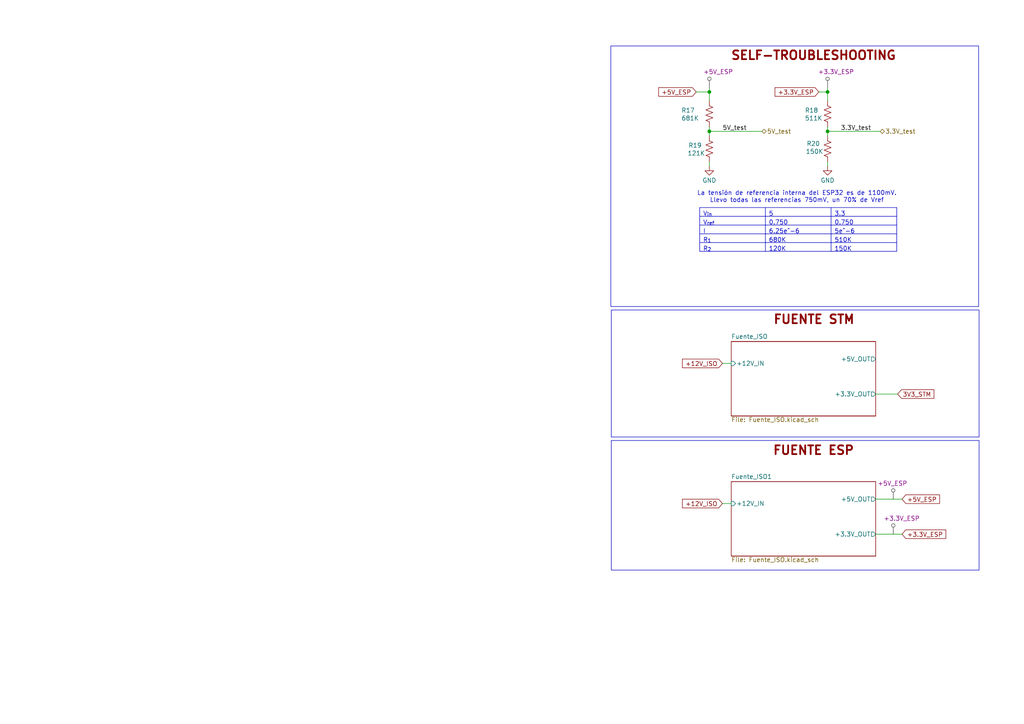
<source format=kicad_sch>
(kicad_sch
	(version 20250114)
	(generator "eeschema")
	(generator_version "9.0")
	(uuid "cf5e7d06-6831-40bb-93c6-af50397b2e59")
	(paper "A4")
	(title_block
		(title "Variador de frecuencia LVDC")
		(date "2025-08-05")
		(rev "0")
		(company "Andrenacci - Carra")
	)
	(lib_symbols
		(symbol "Device:R_US"
			(pin_numbers
				(hide yes)
			)
			(pin_names
				(offset 0)
			)
			(exclude_from_sim no)
			(in_bom yes)
			(on_board yes)
			(property "Reference" "R"
				(at 2.54 0 90)
				(effects
					(font
						(size 1.27 1.27)
					)
				)
			)
			(property "Value" "R_US"
				(at -2.54 0 90)
				(effects
					(font
						(size 1.27 1.27)
					)
				)
			)
			(property "Footprint" ""
				(at 1.016 -0.254 90)
				(effects
					(font
						(size 1.27 1.27)
					)
					(hide yes)
				)
			)
			(property "Datasheet" "~"
				(at 0 0 0)
				(effects
					(font
						(size 1.27 1.27)
					)
					(hide yes)
				)
			)
			(property "Description" "Resistor, US symbol"
				(at 0 0 0)
				(effects
					(font
						(size 1.27 1.27)
					)
					(hide yes)
				)
			)
			(property "ki_keywords" "R res resistor"
				(at 0 0 0)
				(effects
					(font
						(size 1.27 1.27)
					)
					(hide yes)
				)
			)
			(property "ki_fp_filters" "R_*"
				(at 0 0 0)
				(effects
					(font
						(size 1.27 1.27)
					)
					(hide yes)
				)
			)
			(symbol "R_US_0_1"
				(polyline
					(pts
						(xy 0 2.286) (xy 0 2.54)
					)
					(stroke
						(width 0)
						(type default)
					)
					(fill
						(type none)
					)
				)
				(polyline
					(pts
						(xy 0 2.286) (xy 1.016 1.905) (xy 0 1.524) (xy -1.016 1.143) (xy 0 0.762)
					)
					(stroke
						(width 0)
						(type default)
					)
					(fill
						(type none)
					)
				)
				(polyline
					(pts
						(xy 0 0.762) (xy 1.016 0.381) (xy 0 0) (xy -1.016 -0.381) (xy 0 -0.762)
					)
					(stroke
						(width 0)
						(type default)
					)
					(fill
						(type none)
					)
				)
				(polyline
					(pts
						(xy 0 -0.762) (xy 1.016 -1.143) (xy 0 -1.524) (xy -1.016 -1.905) (xy 0 -2.286)
					)
					(stroke
						(width 0)
						(type default)
					)
					(fill
						(type none)
					)
				)
				(polyline
					(pts
						(xy 0 -2.286) (xy 0 -2.54)
					)
					(stroke
						(width 0)
						(type default)
					)
					(fill
						(type none)
					)
				)
			)
			(symbol "R_US_1_1"
				(pin passive line
					(at 0 3.81 270)
					(length 1.27)
					(name "~"
						(effects
							(font
								(size 1.27 1.27)
							)
						)
					)
					(number "1"
						(effects
							(font
								(size 1.27 1.27)
							)
						)
					)
				)
				(pin passive line
					(at 0 -3.81 90)
					(length 1.27)
					(name "~"
						(effects
							(font
								(size 1.27 1.27)
							)
						)
					)
					(number "2"
						(effects
							(font
								(size 1.27 1.27)
							)
						)
					)
				)
			)
			(embedded_fonts no)
		)
		(symbol "power:GND"
			(power)
			(pin_numbers
				(hide yes)
			)
			(pin_names
				(offset 0)
				(hide yes)
			)
			(exclude_from_sim no)
			(in_bom yes)
			(on_board yes)
			(property "Reference" "#PWR"
				(at 0 -6.35 0)
				(effects
					(font
						(size 1.27 1.27)
					)
					(hide yes)
				)
			)
			(property "Value" "GND"
				(at 0 -3.81 0)
				(effects
					(font
						(size 1.27 1.27)
					)
				)
			)
			(property "Footprint" ""
				(at 0 0 0)
				(effects
					(font
						(size 1.27 1.27)
					)
					(hide yes)
				)
			)
			(property "Datasheet" ""
				(at 0 0 0)
				(effects
					(font
						(size 1.27 1.27)
					)
					(hide yes)
				)
			)
			(property "Description" "Power symbol creates a global label with name \"GND\" , ground"
				(at 0 0 0)
				(effects
					(font
						(size 1.27 1.27)
					)
					(hide yes)
				)
			)
			(property "ki_keywords" "global power"
				(at 0 0 0)
				(effects
					(font
						(size 1.27 1.27)
					)
					(hide yes)
				)
			)
			(symbol "GND_0_1"
				(polyline
					(pts
						(xy 0 0) (xy 0 -1.27) (xy 1.27 -1.27) (xy 0 -2.54) (xy -1.27 -1.27) (xy 0 -1.27)
					)
					(stroke
						(width 0)
						(type default)
					)
					(fill
						(type none)
					)
				)
			)
			(symbol "GND_1_1"
				(pin power_in line
					(at 0 0 270)
					(length 0)
					(name "~"
						(effects
							(font
								(size 1.27 1.27)
							)
						)
					)
					(number "1"
						(effects
							(font
								(size 1.27 1.27)
							)
						)
					)
				)
			)
			(embedded_fonts no)
		)
	)
	(rectangle
		(start 177.165 13.335)
		(end 283.845 88.9)
		(stroke
			(width 0)
			(type default)
		)
		(fill
			(type none)
		)
		(uuid 0fadf02c-0586-42b5-92a4-89d7de652c01)
	)
	(rectangle
		(start 177.292 127.762)
		(end 283.972 165.354)
		(stroke
			(width 0)
			(type default)
		)
		(fill
			(type none)
		)
		(uuid 912a96ee-6560-48dc-8280-920ad144c013)
	)
	(rectangle
		(start 177.292 89.916)
		(end 283.972 126.746)
		(stroke
			(width 0)
			(type default)
		)
		(fill
			(type none)
		)
		(uuid 923622ee-97f9-41db-ad8f-b6e950ea0abb)
	)
	(text "FUENTE ESP"
		(exclude_from_sim no)
		(at 235.966 130.81 0)
		(effects
			(font
				(size 2.54 2.54)
				(thickness 0.508)
				(bold yes)
				(color 132 0 0 1)
			)
		)
		(uuid "2cfc837c-f46e-4974-a7ef-c4e343221af3")
	)
	(text "FUENTE STM"
		(exclude_from_sim no)
		(at 236.093 92.837 0)
		(effects
			(font
				(size 2.54 2.54)
				(thickness 0.508)
				(bold yes)
				(color 132 0 0 1)
			)
		)
		(uuid "2da277a3-dac2-489d-b857-d8c1ea4946fd")
	)
	(text "SELF-TROUBLESHOOTING"
		(exclude_from_sim no)
		(at 235.966 16.256 0)
		(effects
			(font
				(size 2.54 2.54)
				(thickness 0.508)
				(bold yes)
				(color 132 0 0 1)
			)
		)
		(uuid "770d5d97-1359-44ad-be41-71c6582b3191")
	)
	(text "La tensión de referencia interna del ESP32 es de 1100mV.\nLlevo todas las referencias 750mV, un 70% de Vref"
		(exclude_from_sim no)
		(at 231.14 57.15 0)
		(effects
			(font
				(size 1.27 1.27)
			)
		)
		(uuid "98d54d0c-3f2b-4790-b953-c422170900b0")
	)
	(junction
		(at 240.03 26.67)
		(diameter 0)
		(color 0 0 0 0)
		(uuid "5c7d0690-3754-4b9c-8f66-21912e9c320e")
	)
	(junction
		(at 205.74 26.67)
		(diameter 0)
		(color 0 0 0 0)
		(uuid "896ffff7-7d47-4224-81e1-d42225b7cd85")
	)
	(junction
		(at 240.03 38.1)
		(diameter 0)
		(color 0 0 0 0)
		(uuid "c6a07601-7be9-42ff-9262-e33b1dc5352e")
	)
	(junction
		(at 205.74 38.1)
		(diameter 0)
		(color 0 0 0 0)
		(uuid "cecb0abe-dede-4dcf-8370-d03827277836")
	)
	(wire
		(pts
			(xy 205.74 25.4) (xy 205.74 26.67)
		)
		(stroke
			(width 0)
			(type default)
		)
		(uuid "18f76f52-1e80-4b74-8f29-20271057d83a")
	)
	(wire
		(pts
			(xy 240.03 46.99) (xy 240.03 48.26)
		)
		(stroke
			(width 0)
			(type default)
		)
		(uuid "1c3101df-f8e0-49e0-9781-99760ff334b0")
	)
	(wire
		(pts
			(xy 240.03 36.83) (xy 240.03 38.1)
		)
		(stroke
			(width 0)
			(type default)
		)
		(uuid "1d5dfe22-57d9-44dd-8915-756471fe5769")
	)
	(wire
		(pts
			(xy 240.03 26.67) (xy 240.03 29.21)
		)
		(stroke
			(width 0)
			(type default)
		)
		(uuid "31df00b2-493b-4a52-9507-8bec9ff34aa8")
	)
	(wire
		(pts
			(xy 205.74 26.67) (xy 205.74 29.21)
		)
		(stroke
			(width 0)
			(type default)
		)
		(uuid "37046e12-4afa-4b78-b113-be67e6168917")
	)
	(wire
		(pts
			(xy 209.55 146.05) (xy 212.09 146.05)
		)
		(stroke
			(width 0)
			(type default)
		)
		(uuid "3cb72c87-251f-42b5-9bf7-6730eb6d4a37")
	)
	(wire
		(pts
			(xy 205.74 38.1) (xy 220.98 38.1)
		)
		(stroke
			(width 0)
			(type default)
		)
		(uuid "43a1ab1c-a7c8-4893-a9b7-11572bc24e0c")
	)
	(wire
		(pts
			(xy 254 154.94) (xy 261.62 154.94)
		)
		(stroke
			(width 0)
			(type default)
		)
		(uuid "49b6c835-fb95-415c-9b87-44ad9e74dfab")
	)
	(wire
		(pts
			(xy 240.03 25.4) (xy 240.03 26.67)
		)
		(stroke
			(width 0)
			(type default)
		)
		(uuid "6c3d5fb8-72f9-4436-90b2-d45cfab50304")
	)
	(wire
		(pts
			(xy 240.03 38.1) (xy 240.03 39.37)
		)
		(stroke
			(width 0)
			(type default)
		)
		(uuid "7d8a5325-c9da-4562-a889-19fadc1bb719")
	)
	(wire
		(pts
			(xy 240.03 38.1) (xy 255.27 38.1)
		)
		(stroke
			(width 0)
			(type default)
		)
		(uuid "83b0b932-5630-499f-92ca-148d1bc72dae")
	)
	(wire
		(pts
			(xy 205.74 38.1) (xy 205.74 39.37)
		)
		(stroke
			(width 0)
			(type default)
		)
		(uuid "8c4f7483-bdd2-43eb-a52e-669d7ebe2e6b")
	)
	(wire
		(pts
			(xy 201.93 26.67) (xy 205.74 26.67)
		)
		(stroke
			(width 0)
			(type default)
		)
		(uuid "929a3ace-27a3-4321-b712-2e6d11500bda")
	)
	(wire
		(pts
			(xy 254 114.3) (xy 260.35 114.3)
		)
		(stroke
			(width 0)
			(type default)
		)
		(uuid "b090e4dd-344c-4a82-a086-5d850ee62f8c")
	)
	(wire
		(pts
			(xy 209.55 105.41) (xy 212.09 105.41)
		)
		(stroke
			(width 0)
			(type default)
		)
		(uuid "dcc35468-5f88-4b67-b10a-0ba6e4622c05")
	)
	(wire
		(pts
			(xy 205.74 36.83) (xy 205.74 38.1)
		)
		(stroke
			(width 0)
			(type default)
		)
		(uuid "dd4af904-5850-42df-aa49-0d9ed91db34c")
	)
	(wire
		(pts
			(xy 254 144.78) (xy 261.62 144.78)
		)
		(stroke
			(width 0)
			(type default)
		)
		(uuid "e67d1f1d-8de2-4ab5-9871-dc000763ea5d")
	)
	(wire
		(pts
			(xy 237.49 26.67) (xy 240.03 26.67)
		)
		(stroke
			(width 0)
			(type default)
		)
		(uuid "e8212587-3389-4cc5-9d85-ecc8a97293e6")
	)
	(wire
		(pts
			(xy 205.74 46.99) (xy 205.74 48.26)
		)
		(stroke
			(width 0)
			(type default)
		)
		(uuid "ed27920d-e53e-41e7-a294-bddc40379650")
	)
	(table
		(column_count 3)
		(border
			(external yes)
			(header yes)
			(stroke
				(width 0)
				(type solid)
			)
		)
		(separators
			(rows yes)
			(cols yes)
			(stroke
				(width 0)
				(type solid)
			)
		)
		(column_widths 19.05 19.05 19.05)
		(row_heights 2.54 2.54 2.54 2.54 2.54)
		(cells
			(table_cell "V_{in}"
				(exclude_from_sim no)
				(at 202.946 60.198 0)
				(size 19.05 2.54)
				(margins 0.9525 0.9525 0.9525 0.9525)
				(span 1 1)
				(fill
					(type none)
				)
				(effects
					(font
						(size 1.27 1.27)
					)
					(justify left top)
				)
				(uuid "a9f9c95f-fe64-438f-b6b1-a5adbd30fec9")
			)
			(table_cell "5"
				(exclude_from_sim no)
				(at 221.996 60.198 0)
				(size 19.05 2.54)
				(margins 0.9525 0.9525 0.9525 0.9525)
				(span 1 1)
				(fill
					(type none)
				)
				(effects
					(font
						(size 1.27 1.27)
					)
					(justify left top)
				)
				(uuid "de54c075-c526-4da0-b1d4-439d6fb08353")
			)
			(table_cell "3.3"
				(exclude_from_sim no)
				(at 241.046 60.198 0)
				(size 19.05 2.54)
				(margins 0.9525 0.9525 0.9525 0.9525)
				(span 1 1)
				(fill
					(type none)
				)
				(effects
					(font
						(size 1.27 1.27)
					)
					(justify left top)
				)
				(uuid "16ad30b1-266c-4489-a211-bf668a54876e")
			)
			(table_cell "V_{ref}"
				(exclude_from_sim no)
				(at 202.946 62.738 0)
				(size 19.05 2.54)
				(margins 0.9525 0.9525 0.9525 0.9525)
				(span 1 1)
				(fill
					(type none)
				)
				(effects
					(font
						(size 1.27 1.27)
					)
					(justify left top)
				)
				(uuid "1df7cbba-1eed-4e97-bafb-fa54d91e6587")
			)
			(table_cell "0.750"
				(exclude_from_sim no)
				(at 221.996 62.738 0)
				(size 19.05 2.54)
				(margins 0.9525 0.9525 0.9525 0.9525)
				(span 1 1)
				(fill
					(type none)
				)
				(effects
					(font
						(size 1.27 1.27)
					)
					(justify left top)
				)
				(uuid "cb3d0fe8-5708-4aef-922d-4e7bf4e486d3")
			)
			(table_cell "0.750"
				(exclude_from_sim no)
				(at 241.046 62.738 0)
				(size 19.05 2.54)
				(margins 0.9525 0.9525 0.9525 0.9525)
				(span 1 1)
				(fill
					(type none)
				)
				(effects
					(font
						(size 1.27 1.27)
					)
					(justify left top)
				)
				(uuid "86cd7dfa-1a98-499d-8bb0-275ac0a16906")
			)
			(table_cell "I"
				(exclude_from_sim no)
				(at 202.946 65.278 0)
				(size 19.05 2.54)
				(margins 0.9525 0.9525 0.9525 0.9525)
				(span 1 1)
				(fill
					(type none)
				)
				(effects
					(font
						(size 1.27 1.27)
					)
					(justify left top)
				)
				(uuid "3d2f5d05-5aee-4271-a8b5-26956a296777")
			)
			(table_cell "6.25e^-6"
				(exclude_from_sim no)
				(at 221.996 65.278 0)
				(size 19.05 2.54)
				(margins 0.9525 0.9525 0.9525 0.9525)
				(span 1 1)
				(fill
					(type none)
				)
				(effects
					(font
						(size 1.27 1.27)
					)
					(justify left top)
				)
				(uuid "301f21ae-abf4-4bd0-b94b-e1ea5dc2674d")
			)
			(table_cell "5e^-6"
				(exclude_from_sim no)
				(at 241.046 65.278 0)
				(size 19.05 2.54)
				(margins 0.9525 0.9525 0.9525 0.9525)
				(span 1 1)
				(fill
					(type none)
				)
				(effects
					(font
						(size 1.27 1.27)
					)
					(justify left top)
				)
				(uuid "c2e520df-c7cd-4000-acfd-4782bd49c61d")
			)
			(table_cell "R_{1}"
				(exclude_from_sim no)
				(at 202.946 67.818 0)
				(size 19.05 2.54)
				(margins 0.9525 0.9525 0.9525 0.9525)
				(span 1 1)
				(fill
					(type none)
				)
				(effects
					(font
						(size 1.27 1.27)
					)
					(justify left top)
				)
				(uuid "456b5252-82d3-4b36-af4f-de103bfac5ad")
			)
			(table_cell "680K"
				(exclude_from_sim no)
				(at 221.996 67.818 0)
				(size 19.05 2.54)
				(margins 0.9525 0.9525 0.9525 0.9525)
				(span 1 1)
				(fill
					(type none)
				)
				(effects
					(font
						(size 1.27 1.27)
					)
					(justify left top)
				)
				(uuid "660c84e3-5fc9-4bba-a10a-fe0371ed568c")
			)
			(table_cell "510K"
				(exclude_from_sim no)
				(at 241.046 67.818 0)
				(size 19.05 2.54)
				(margins 0.9525 0.9525 0.9525 0.9525)
				(span 1 1)
				(fill
					(type none)
				)
				(effects
					(font
						(size 1.27 1.27)
					)
					(justify left top)
				)
				(uuid "79b32ab2-577e-4680-b588-8b5ccd55afe3")
			)
			(table_cell "R_{2}"
				(exclude_from_sim no)
				(at 202.946 70.358 0)
				(size 19.05 2.54)
				(margins 0.9525 0.9525 0.9525 0.9525)
				(span 1 1)
				(fill
					(type none)
				)
				(effects
					(font
						(size 1.27 1.27)
					)
					(justify left top)
				)
				(uuid "5e11cc84-416f-4541-8333-b767180782f0")
			)
			(table_cell "120K"
				(exclude_from_sim no)
				(at 221.996 70.358 0)
				(size 19.05 2.54)
				(margins 0.9525 0.9525 0.9525 0.9525)
				(span 1 1)
				(fill
					(type none)
				)
				(effects
					(font
						(size 1.27 1.27)
					)
					(justify left top)
				)
				(uuid "cd6b0317-2361-4e11-8c48-04415226351f")
			)
			(table_cell "150K"
				(exclude_from_sim no)
				(at 241.046 70.358 0)
				(size 19.05 2.54)
				(margins 0.9525 0.9525 0.9525 0.9525)
				(span 1 1)
				(fill
					(type none)
				)
				(effects
					(font
						(size 1.27 1.27)
					)
					(justify left top)
				)
				(uuid "c05d6c24-7c6c-40d3-abf8-b9a953aaaf51")
			)
		)
	)
	(label "3.3V_test"
		(at 243.84 38.1 0)
		(effects
			(font
				(size 1.27 1.27)
			)
			(justify left bottom)
		)
		(uuid "7c645af8-11e4-4989-a3ed-881222c0b93e")
	)
	(label "5V_test"
		(at 209.55 38.1 0)
		(effects
			(font
				(size 1.27 1.27)
			)
			(justify left bottom)
		)
		(uuid "f4553c5a-4e15-4781-b87c-8cc5ffdac32c")
	)
	(global_label "3V3_STM"
		(shape input)
		(at 260.35 114.3 0)
		(fields_autoplaced yes)
		(effects
			(font
				(size 1.27 1.27)
			)
			(justify left)
		)
		(uuid "2af6f16b-8fd8-40dc-a11f-080f420177ea")
		(property "Intersheetrefs" "${INTERSHEET_REFS}"
			(at 272.8904 114.3 0)
			(effects
				(font
					(size 1.27 1.27)
				)
				(justify left)
				(hide yes)
			)
		)
	)
	(global_label "+5V_ESP"
		(shape input)
		(at 261.62 144.78 0)
		(fields_autoplaced yes)
		(effects
			(font
				(size 1.27 1.27)
			)
			(justify left)
		)
		(uuid "42574f1e-c56d-4acc-976b-7a4176d8118e")
		(property "Intersheetrefs" "${INTERSHEET_REFS}"
			(at 268.4757 144.78 0)
			(effects
				(font
					(size 1.27 1.27)
				)
				(justify left)
				(hide yes)
			)
		)
	)
	(global_label "+3.3V_ESP"
		(shape input)
		(at 261.62 154.94 0)
		(fields_autoplaced yes)
		(effects
			(font
				(size 1.27 1.27)
			)
			(justify left)
		)
		(uuid "4c2c218b-d123-4ab2-aa07-0ffc755e3790")
		(property "Intersheetrefs" "${INTERSHEET_REFS}"
			(at 270.29 154.94 0)
			(effects
				(font
					(size 1.27 1.27)
				)
				(justify left)
				(hide yes)
			)
		)
	)
	(global_label "+12V_ISO"
		(shape input)
		(at 209.55 105.41 180)
		(fields_autoplaced yes)
		(effects
			(font
				(size 1.27 1.27)
			)
			(justify right)
		)
		(uuid "7ce4f3be-4c28-4a97-837e-5ca76a77137d")
		(property "Intersheetrefs" "${INTERSHEET_REFS}"
			(at 197.3724 105.41 0)
			(effects
				(font
					(size 1.27 1.27)
				)
				(justify right)
				(hide yes)
			)
		)
	)
	(global_label "+5V_ESP"
		(shape input)
		(at 201.93 26.67 180)
		(fields_autoplaced yes)
		(effects
			(font
				(size 1.27 1.27)
			)
			(justify right)
		)
		(uuid "be0c3d3b-d6f9-4609-af3d-4f26dfcbf935")
		(property "Intersheetrefs" "${INTERSHEET_REFS}"
			(at 190.4782 26.67 0)
			(effects
				(font
					(size 1.27 1.27)
				)
				(justify right)
				(hide yes)
			)
		)
	)
	(global_label "+3.3V_ESP"
		(shape input)
		(at 237.49 26.67 180)
		(fields_autoplaced yes)
		(effects
			(font
				(size 1.27 1.27)
			)
			(justify right)
		)
		(uuid "e6d37249-990f-4d04-bda3-8ed9b13ef39d")
		(property "Intersheetrefs" "${INTERSHEET_REFS}"
			(at 224.2239 26.67 0)
			(effects
				(font
					(size 1.27 1.27)
				)
				(justify right)
				(hide yes)
			)
		)
	)
	(global_label "+12V_ISO"
		(shape input)
		(at 209.55 146.05 180)
		(fields_autoplaced yes)
		(effects
			(font
				(size 1.27 1.27)
			)
			(justify right)
		)
		(uuid "f716021a-6973-42a7-b0ce-24c0c9a500cb")
		(property "Intersheetrefs" "${INTERSHEET_REFS}"
			(at 197.3724 146.05 0)
			(effects
				(font
					(size 1.27 1.27)
				)
				(justify right)
				(hide yes)
			)
		)
	)
	(hierarchical_label "5V_test"
		(shape bidirectional)
		(at 220.98 38.1 0)
		(effects
			(font
				(size 1.27 1.27)
			)
			(justify left)
		)
		(uuid "21876137-2001-4d35-94fd-4c02756ea4ce")
	)
	(hierarchical_label "3.3V_test"
		(shape bidirectional)
		(at 255.27 38.1 0)
		(effects
			(font
				(size 1.27 1.27)
			)
			(justify left)
		)
		(uuid "9a9e2b69-bfb7-4903-b763-d94ccd9c26dd")
	)
	(netclass_flag ""
		(length 2.54)
		(shape round)
		(at 259.08 154.94 0)
		(effects
			(font
				(size 1.27 1.27)
			)
			(justify left bottom)
		)
		(uuid "283c9986-36d4-424f-bd91-45de841a3db9")
		(property "Netclass" "+3.3V_ESP"
			(at 256.286 150.368 0)
			(effects
				(font
					(size 1.27 1.27)
				)
				(justify left)
			)
		)
		(property "Component Class" ""
			(at -36.83 87.63 0)
			(effects
				(font
					(size 1.27 1.27)
					(italic yes)
				)
			)
		)
	)
	(netclass_flag ""
		(length 2.54)
		(shape round)
		(at 240.03 25.4 0)
		(effects
			(font
				(size 1.27 1.27)
			)
			(justify left bottom)
		)
		(uuid "60aecd64-8c42-4005-8fc2-4c845ea58c5a")
		(property "Netclass" "+3.3V_ESP"
			(at 237.236 20.828 0)
			(effects
				(font
					(size 1.27 1.27)
				)
				(justify left)
			)
		)
		(property "Component Class" ""
			(at -55.88 -41.91 0)
			(effects
				(font
					(size 1.27 1.27)
					(italic yes)
				)
			)
		)
	)
	(netclass_flag ""
		(length 2.54)
		(shape round)
		(at 259.08 144.78 0)
		(effects
			(font
				(size 1.27 1.27)
			)
			(justify left bottom)
		)
		(uuid "80ddb14a-014d-4fd2-84a4-49fe84b2fe10")
		(property "Netclass" "+5V_ESP"
			(at 254.508 140.208 0)
			(effects
				(font
					(size 1.27 1.27)
				)
				(justify left)
			)
		)
		(property "Component Class" ""
			(at -36.83 77.47 0)
			(effects
				(font
					(size 1.27 1.27)
					(italic yes)
				)
			)
		)
	)
	(netclass_flag ""
		(length 2.54)
		(shape round)
		(at 205.74 25.4 0)
		(effects
			(font
				(size 1.27 1.27)
			)
			(justify left bottom)
		)
		(uuid "ab6d92d8-12ce-4367-b176-70ee1a634c67")
		(property "Netclass" "+5V_ESP"
			(at 203.962 20.828 0)
			(effects
				(font
					(size 1.27 1.27)
				)
				(justify left)
			)
		)
		(property "Component Class" ""
			(at -90.17 -41.91 0)
			(effects
				(font
					(size 1.27 1.27)
					(italic yes)
				)
			)
		)
	)
	(symbol
		(lib_id "power:GND")
		(at 240.03 48.26 0)
		(unit 1)
		(exclude_from_sim no)
		(in_bom yes)
		(on_board yes)
		(dnp no)
		(uuid "27fc565e-0033-4f95-943a-111ec9dadfd6")
		(property "Reference" "#PWR028"
			(at 240.03 54.61 0)
			(effects
				(font
					(size 1.27 1.27)
				)
				(hide yes)
			)
		)
		(property "Value" "GND"
			(at 240.03 52.324 0)
			(effects
				(font
					(size 1.27 1.27)
				)
			)
		)
		(property "Footprint" ""
			(at 240.03 48.26 0)
			(effects
				(font
					(size 1.27 1.27)
				)
				(hide yes)
			)
		)
		(property "Datasheet" ""
			(at 240.03 48.26 0)
			(effects
				(font
					(size 1.27 1.27)
				)
				(hide yes)
			)
		)
		(property "Description" "Power symbol creates a global label with name \"GND\" , ground"
			(at 240.03 48.26 0)
			(effects
				(font
					(size 1.27 1.27)
				)
				(hide yes)
			)
		)
		(pin "1"
			(uuid "cea68886-f861-4a9d-8b8c-936149ea7035")
		)
		(instances
			(project "HMI_LVDC-Inverter"
				(path "/0057333c-5edf-4047-9690-4d1b87a98977/97908d91-3b59-4389-9352-034f2f535314"
					(reference "#PWR028")
					(unit 1)
				)
			)
		)
	)
	(symbol
		(lib_id "power:GND")
		(at 205.74 48.26 0)
		(unit 1)
		(exclude_from_sim no)
		(in_bom yes)
		(on_board yes)
		(dnp no)
		(uuid "3aee3ce4-173c-4915-9f6c-bbcdffb6355e")
		(property "Reference" "#PWR027"
			(at 205.74 54.61 0)
			(effects
				(font
					(size 1.27 1.27)
				)
				(hide yes)
			)
		)
		(property "Value" "GND"
			(at 205.74 52.324 0)
			(effects
				(font
					(size 1.27 1.27)
				)
			)
		)
		(property "Footprint" ""
			(at 205.74 48.26 0)
			(effects
				(font
					(size 1.27 1.27)
				)
				(hide yes)
			)
		)
		(property "Datasheet" ""
			(at 205.74 48.26 0)
			(effects
				(font
					(size 1.27 1.27)
				)
				(hide yes)
			)
		)
		(property "Description" "Power symbol creates a global label with name \"GND\" , ground"
			(at 205.74 48.26 0)
			(effects
				(font
					(size 1.27 1.27)
				)
				(hide yes)
			)
		)
		(pin "1"
			(uuid "be94be34-69c6-4124-be98-fb45dfffe5a9")
		)
		(instances
			(project "HMI_LVDC-Inverter"
				(path "/0057333c-5edf-4047-9690-4d1b87a98977/97908d91-3b59-4389-9352-034f2f535314"
					(reference "#PWR027")
					(unit 1)
				)
			)
		)
	)
	(symbol
		(lib_id "Device:R_US")
		(at 205.74 33.02 0)
		(unit 1)
		(exclude_from_sim no)
		(in_bom yes)
		(on_board yes)
		(dnp no)
		(uuid "54970ac8-b28e-4a6c-b45c-958f586a38c8")
		(property "Reference" "R17"
			(at 197.612 32.004 0)
			(effects
				(font
					(size 1.27 1.27)
				)
				(justify left)
			)
		)
		(property "Value" "681K"
			(at 197.612 34.29 0)
			(effects
				(font
					(size 1.27 1.27)
				)
				(justify left)
			)
		)
		(property "Footprint" "Resistor_SMD:R_0603_1608Metric_Pad0.98x0.95mm_HandSolder"
			(at 206.756 33.274 90)
			(effects
				(font
					(size 1.27 1.27)
				)
				(hide yes)
			)
		)
		(property "Datasheet" "https://www.lcsc.com/datasheet/C403328.pdf"
			(at 205.74 33.02 0)
			(effects
				(font
					(size 1.27 1.27)
				)
				(hide yes)
			)
		)
		(property "Description" "Resistor, US symbol"
			(at 205.74 33.02 0)
			(effects
				(font
					(size 1.27 1.27)
				)
				(hide yes)
			)
		)
		(property "Footprint checked" "Yes"
			(at 205.74 33.02 0)
			(effects
				(font
					(size 1.27 1.27)
				)
				(hide yes)
			)
		)
		(property "Symbol checked" "Yes"
			(at 205.74 33.02 0)
			(effects
				(font
					(size 1.27 1.27)
				)
				(hide yes)
			)
		)
		(property "Price" "0.0095"
			(at 205.74 33.02 0)
			(effects
				(font
					(size 1.27 1.27)
				)
				(hide yes)
			)
		)
		(property "Footprint Checked" ""
			(at 205.74 33.02 0)
			(effects
				(font
					(size 1.27 1.27)
				)
				(hide yes)
			)
		)
		(property "Compra" "https://www.lcsc.com/product-detail/C403328.html"
			(at 205.74 33.02 0)
			(effects
				(font
					(size 1.27 1.27)
				)
				(hide yes)
			)
		)
		(property "Manufacturer" "PANASONIC"
			(at 205.74 33.02 0)
			(effects
				(font
					(size 1.27 1.27)
				)
				(hide yes)
			)
		)
		(property "Sim.Library" ""
			(at 205.74 33.02 0)
			(effects
				(font
					(size 1.27 1.27)
				)
				(hide yes)
			)
		)
		(pin "1"
			(uuid "79207c92-da01-4821-96ab-4a8b22c2651e")
		)
		(pin "2"
			(uuid "ba97a2a8-f53d-4933-8751-0037b0ea53d0")
		)
		(instances
			(project "HMI_LVDC-Inverter"
				(path "/0057333c-5edf-4047-9690-4d1b87a98977/97908d91-3b59-4389-9352-034f2f535314"
					(reference "R17")
					(unit 1)
				)
			)
		)
	)
	(symbol
		(lib_id "Device:R_US")
		(at 205.74 43.18 0)
		(unit 1)
		(exclude_from_sim no)
		(in_bom yes)
		(on_board yes)
		(dnp no)
		(uuid "62411155-befd-44a6-bd83-f68a1e7c449e")
		(property "Reference" "R19"
			(at 199.644 42.164 0)
			(effects
				(font
					(size 1.27 1.27)
				)
				(justify left)
			)
		)
		(property "Value" "121K"
			(at 199.39 44.45 0)
			(effects
				(font
					(size 1.27 1.27)
				)
				(justify left)
			)
		)
		(property "Footprint" "Resistor_SMD:R_0603_1608Metric_Pad0.98x0.95mm_HandSolder"
			(at 206.756 43.434 90)
			(effects
				(font
					(size 1.27 1.27)
				)
				(hide yes)
			)
		)
		(property "Datasheet" "https://www.lcsc.com/datasheet/C4123956.pdf"
			(at 205.74 43.18 0)
			(effects
				(font
					(size 1.27 1.27)
				)
				(hide yes)
			)
		)
		(property "Description" "Resistor, US symbol"
			(at 205.74 43.18 0)
			(effects
				(font
					(size 1.27 1.27)
				)
				(hide yes)
			)
		)
		(property "Footprint checked" "Yes"
			(at 205.74 43.18 0)
			(effects
				(font
					(size 1.27 1.27)
				)
				(hide yes)
			)
		)
		(property "Symbol checked" "Yes"
			(at 205.74 43.18 0)
			(effects
				(font
					(size 1.27 1.27)
				)
				(hide yes)
			)
		)
		(property "Price" "0.0324"
			(at 205.74 43.18 0)
			(effects
				(font
					(size 1.27 1.27)
				)
				(hide yes)
			)
		)
		(property "Footprint Checked" ""
			(at 205.74 43.18 0)
			(effects
				(font
					(size 1.27 1.27)
				)
				(hide yes)
			)
		)
		(property "Compra" "https://www.lcsc.com/product-detail/C4123956.html"
			(at 205.74 43.18 0)
			(effects
				(font
					(size 1.27 1.27)
				)
				(hide yes)
			)
		)
		(property "Manufacturer" "VISHAY"
			(at 205.74 43.18 0)
			(effects
				(font
					(size 1.27 1.27)
				)
				(hide yes)
			)
		)
		(property "Sim.Library" ""
			(at 205.74 43.18 0)
			(effects
				(font
					(size 1.27 1.27)
				)
				(hide yes)
			)
		)
		(pin "1"
			(uuid "e04c087a-062a-476e-8ad7-984b7d30ab66")
		)
		(pin "2"
			(uuid "35df89c4-56f7-4f58-b442-015250cd51ab")
		)
		(instances
			(project "HMI_LVDC-Inverter"
				(path "/0057333c-5edf-4047-9690-4d1b87a98977/97908d91-3b59-4389-9352-034f2f535314"
					(reference "R19")
					(unit 1)
				)
			)
		)
	)
	(symbol
		(lib_id "Device:R_US")
		(at 240.03 33.02 0)
		(unit 1)
		(exclude_from_sim no)
		(in_bom yes)
		(on_board yes)
		(dnp no)
		(uuid "9681eab5-031b-4860-bf46-b5c79589bf8d")
		(property "Reference" "R18"
			(at 233.426 32.004 0)
			(effects
				(font
					(size 1.27 1.27)
				)
				(justify left)
			)
		)
		(property "Value" "511K"
			(at 233.426 34.29 0)
			(effects
				(font
					(size 1.27 1.27)
				)
				(justify left)
			)
		)
		(property "Footprint" "Resistor_SMD:R_0603_1608Metric_Pad0.98x0.95mm_HandSolder"
			(at 241.046 33.274 90)
			(effects
				(font
					(size 1.27 1.27)
				)
				(hide yes)
			)
		)
		(property "Datasheet" "https://www.lcsc.com/datasheet/C227946.pdf"
			(at 240.03 33.02 0)
			(effects
				(font
					(size 1.27 1.27)
				)
				(hide yes)
			)
		)
		(property "Description" "Resistor, US symbol"
			(at 240.03 33.02 0)
			(effects
				(font
					(size 1.27 1.27)
				)
				(hide yes)
			)
		)
		(property "Footprint checked" "Yes"
			(at 240.03 33.02 0)
			(effects
				(font
					(size 1.27 1.27)
				)
				(hide yes)
			)
		)
		(property "Symbol checked" "Yes"
			(at 240.03 33.02 0)
			(effects
				(font
					(size 1.27 1.27)
				)
				(hide yes)
			)
		)
		(property "Price" "0.0019"
			(at 240.03 33.02 0)
			(effects
				(font
					(size 1.27 1.27)
				)
				(hide yes)
			)
		)
		(property "Footprint Checked" ""
			(at 240.03 33.02 0)
			(effects
				(font
					(size 1.27 1.27)
				)
				(hide yes)
			)
		)
		(property "Compra" "https://www.lcsc.com/product-detail/C227946.html"
			(at 240.03 33.02 0)
			(effects
				(font
					(size 1.27 1.27)
				)
				(hide yes)
			)
		)
		(property "Manufacturer" "YAGEO"
			(at 240.03 33.02 0)
			(effects
				(font
					(size 1.27 1.27)
				)
				(hide yes)
			)
		)
		(property "Sim.Library" ""
			(at 240.03 33.02 0)
			(effects
				(font
					(size 1.27 1.27)
				)
				(hide yes)
			)
		)
		(pin "1"
			(uuid "fdd33e42-3f69-4707-8053-f971f299b2f0")
		)
		(pin "2"
			(uuid "ffb7a2b0-0c00-4c76-8c8f-8f0ae63f8fc9")
		)
		(instances
			(project "HMI_LVDC-Inverter"
				(path "/0057333c-5edf-4047-9690-4d1b87a98977/97908d91-3b59-4389-9352-034f2f535314"
					(reference "R18")
					(unit 1)
				)
			)
		)
	)
	(symbol
		(lib_id "Device:R_US")
		(at 240.03 43.18 0)
		(unit 1)
		(exclude_from_sim no)
		(in_bom yes)
		(on_board yes)
		(dnp no)
		(uuid "df9ce19f-1903-41db-93f2-7f66e71b46e1")
		(property "Reference" "R20"
			(at 233.934 41.656 0)
			(effects
				(font
					(size 1.27 1.27)
				)
				(justify left)
			)
		)
		(property "Value" "150K"
			(at 233.68 43.942 0)
			(effects
				(font
					(size 1.27 1.27)
				)
				(justify left)
			)
		)
		(property "Footprint" "Resistor_SMD:R_0603_1608Metric_Pad0.98x0.95mm_HandSolder"
			(at 241.046 43.434 90)
			(effects
				(font
					(size 1.27 1.27)
				)
				(hide yes)
			)
		)
		(property "Datasheet" "https://www.lcsc.com/datasheet/C2074190.pdf"
			(at 240.03 43.18 0)
			(effects
				(font
					(size 1.27 1.27)
				)
				(hide yes)
			)
		)
		(property "Description" "Resistor, US symbol"
			(at 240.03 43.18 0)
			(effects
				(font
					(size 1.27 1.27)
				)
				(hide yes)
			)
		)
		(property "Footprint checked" "Yes"
			(at 240.03 43.18 0)
			(effects
				(font
					(size 1.27 1.27)
				)
				(hide yes)
			)
		)
		(property "Symbol checked" "Yes"
			(at 240.03 43.18 0)
			(effects
				(font
					(size 1.27 1.27)
				)
				(hide yes)
			)
		)
		(property "Price" "0.0273"
			(at 240.03 43.18 0)
			(effects
				(font
					(size 1.27 1.27)
				)
				(hide yes)
			)
		)
		(property "Footprint Checked" ""
			(at 240.03 43.18 0)
			(effects
				(font
					(size 1.27 1.27)
				)
				(hide yes)
			)
		)
		(property "Compra" "https://www.lcsc.com/product-detail/C2074190.html"
			(at 240.03 43.18 0)
			(effects
				(font
					(size 1.27 1.27)
				)
				(hide yes)
			)
		)
		(property "Manufacturer" "VISHAY"
			(at 240.03 43.18 0)
			(effects
				(font
					(size 1.27 1.27)
				)
				(hide yes)
			)
		)
		(property "Sim.Library" ""
			(at 240.03 43.18 0)
			(effects
				(font
					(size 1.27 1.27)
				)
				(hide yes)
			)
		)
		(pin "1"
			(uuid "43130157-a09b-4699-8cb2-95f4ecacc495")
		)
		(pin "2"
			(uuid "8a21001d-1d32-4957-8cd8-ecca1166999f")
		)
		(instances
			(project "HMI_LVDC-Inverter"
				(path "/0057333c-5edf-4047-9690-4d1b87a98977/97908d91-3b59-4389-9352-034f2f535314"
					(reference "R20")
					(unit 1)
				)
			)
		)
	)
	(sheet
		(at 212.09 99.06)
		(size 41.91 21.59)
		(exclude_from_sim no)
		(in_bom yes)
		(on_board yes)
		(dnp no)
		(fields_autoplaced yes)
		(stroke
			(width 0.1524)
			(type solid)
		)
		(fill
			(color 0 0 0 0.0000)
		)
		(uuid "01bfb99f-c626-427f-93b6-3a324d1ffba6")
		(property "Sheetname" "Fuente_ISO"
			(at 212.09 98.3484 0)
			(effects
				(font
					(size 1.27 1.27)
				)
				(justify left bottom)
			)
		)
		(property "Sheetfile" "Fuente_ISO.kicad_sch"
			(at 212.09 120.9806 0)
			(effects
				(font
					(size 1.27 1.27)
				)
				(justify left top)
			)
		)
		(pin "+5V_OUT" output
			(at 254 104.14 0)
			(uuid "dc624555-1f08-4658-84cc-a1589ef556d6")
			(effects
				(font
					(size 1.27 1.27)
				)
				(justify right)
			)
		)
		(pin "+12V_IN" input
			(at 212.09 105.41 180)
			(uuid "e01eaaf8-1e42-425d-9314-3e0e77c528f8")
			(effects
				(font
					(size 1.27 1.27)
				)
				(justify left)
			)
		)
		(pin "+3.3V_OUT" output
			(at 254 114.3 0)
			(uuid "769d0303-2597-4b19-892a-d6a58c375855")
			(effects
				(font
					(size 1.27 1.27)
				)
				(justify right)
			)
		)
		(instances
			(project "HMI_LVDC-Inverter"
				(path "/0057333c-5edf-4047-9690-4d1b87a98977/97908d91-3b59-4389-9352-034f2f535314"
					(page "5")
				)
			)
		)
	)
	(sheet
		(at 212.09 139.7)
		(size 41.91 21.59)
		(exclude_from_sim no)
		(in_bom yes)
		(on_board yes)
		(dnp no)
		(fields_autoplaced yes)
		(stroke
			(width 0.1524)
			(type solid)
		)
		(fill
			(color 0 0 0 0.0000)
		)
		(uuid "b48c1cc5-91d8-43f5-9bad-42f80dc8c1d9")
		(property "Sheetname" "Fuente_ISO1"
			(at 212.09 138.9884 0)
			(effects
				(font
					(size 1.27 1.27)
				)
				(justify left bottom)
			)
		)
		(property "Sheetfile" "Fuente_ISO.kicad_sch"
			(at 212.09 161.6206 0)
			(effects
				(font
					(size 1.27 1.27)
				)
				(justify left top)
			)
		)
		(pin "+5V_OUT" output
			(at 254 144.78 0)
			(uuid "2c7a9fc5-d952-43ef-bde3-68295cd27493")
			(effects
				(font
					(size 1.27 1.27)
				)
				(justify right)
			)
		)
		(pin "+12V_IN" input
			(at 212.09 146.05 180)
			(uuid "883a46b1-474a-4938-9973-94f14ffd89e4")
			(effects
				(font
					(size 1.27 1.27)
				)
				(justify left)
			)
		)
		(pin "+3.3V_OUT" output
			(at 254 154.94 0)
			(uuid "c46a7024-11eb-475b-abcc-e0eabe0b34ee")
			(effects
				(font
					(size 1.27 1.27)
				)
				(justify right)
			)
		)
		(instances
			(project "HMI_LVDC-Inverter"
				(path "/0057333c-5edf-4047-9690-4d1b87a98977/97908d91-3b59-4389-9352-034f2f535314"
					(page "6")
				)
			)
		)
	)
)

</source>
